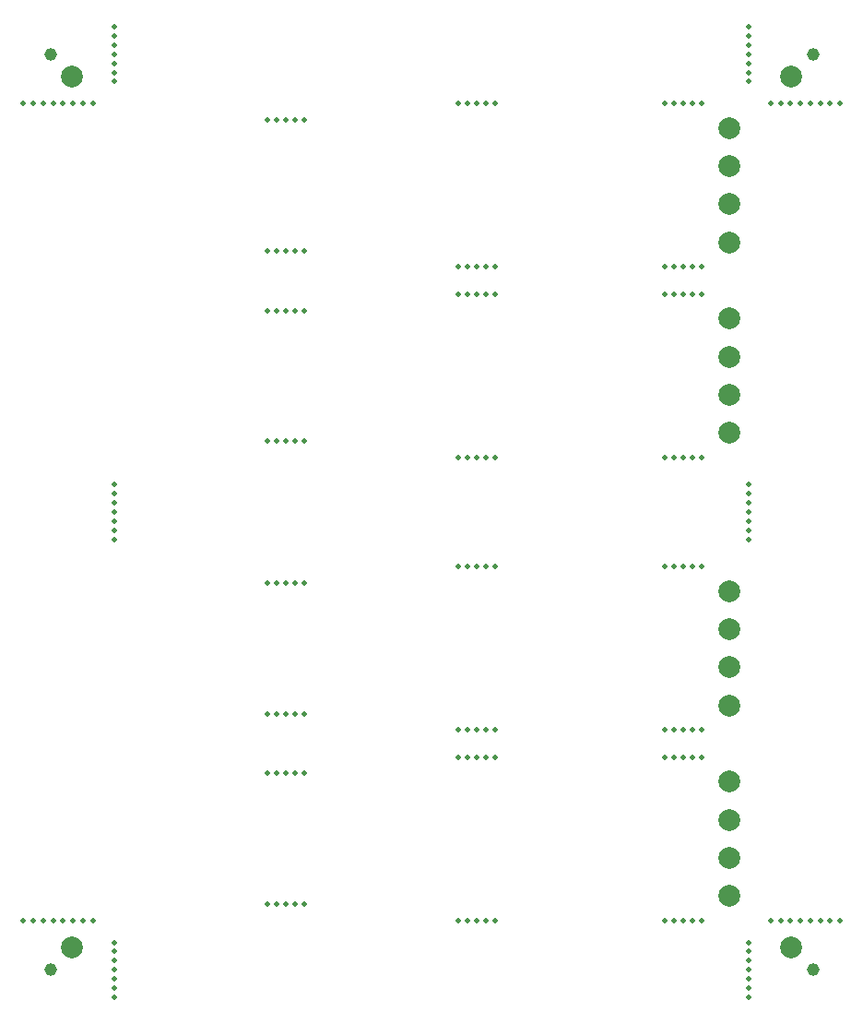
<source format=gbs>
G04 #@! TF.GenerationSoftware,KiCad,Pcbnew,8.0.1*
G04 #@! TF.CreationDate,2025-05-23T10:36:48+02:00*
G04 #@! TF.ProjectId,panel-4,70616e65-6c2d-4342-9e6b-696361645f70,F*
G04 #@! TF.SameCoordinates,Original*
G04 #@! TF.FileFunction,Soldermask,Bot*
G04 #@! TF.FilePolarity,Negative*
%FSLAX46Y46*%
G04 Gerber Fmt 4.6, Leading zero omitted, Abs format (unit mm)*
G04 Created by KiCad (PCBNEW 8.0.1) date 2025-05-23 10:36:48*
%MOMM*%
%LPD*%
G01*
G04 APERTURE LIST*
%ADD10C,0.500000*%
%ADD11C,2.000000*%
%ADD12C,1.152000*%
G04 APERTURE END LIST*
D10*
G04 #@! TO.C,KiKit_MB_17_2*
X23274498Y-51000173D03*
G04 #@! TD*
G04 #@! TO.C,KiKit_MB_33_8*
X75000000Y-7000000D03*
G04 #@! TD*
G04 #@! TO.C,KiKit_MB_6_2*
X24975498Y-20499804D03*
G04 #@! TD*
G04 #@! TO.C,KiKit_MB_14_2*
X40774502Y-49500274D03*
G04 #@! TD*
G04 #@! TO.C,KiKit_MB_17_1*
X22423998Y-51000162D03*
G04 #@! TD*
G04 #@! TO.C,KiKit_MB_6_4*
X23274498Y-20499826D03*
G04 #@! TD*
G04 #@! TO.C,KiKit_MB_18_4*
X23274498Y-62999826D03*
G04 #@! TD*
G04 #@! TO.C,KiKit_MB_21_2*
X61475499Y-82000000D03*
G04 #@! TD*
G04 #@! TO.C,KiKit_MB_24_5*
X22423998Y-80499837D03*
G04 #@! TD*
G04 #@! TO.C,KiKit_MB_9_2*
X61475499Y-39500000D03*
G04 #@! TD*
D11*
G04 #@! TO.C,0-J5*
X64875000Y-19750000D03*
G04 #@! TD*
D10*
G04 #@! TO.C,KiKit_MB_21_5*
X58924000Y-82000000D03*
G04 #@! TD*
D11*
G04 #@! TO.C,0-J2*
X64875000Y-9250000D03*
G04 #@! TD*
D10*
G04 #@! TO.C,KiKit_MB_7_1*
X43325999Y-39500000D03*
G04 #@! TD*
G04 #@! TO.C,KiKit_MB_11_4*
X24975498Y-26000195D03*
G04 #@! TD*
G04 #@! TO.C,KiKit_MB_34_1*
X68625000Y-82000000D03*
G04 #@! TD*
G04 #@! TO.C,KiKit_MB_4_2*
X59774502Y-7000061D03*
G04 #@! TD*
D11*
G04 #@! TO.C,2-J2*
X64875000Y-51750000D03*
G04 #@! TD*
D10*
G04 #@! TO.C,KiKit_MB_16_3*
X60625002Y-49500050D03*
G04 #@! TD*
G04 #@! TO.C,KiKit_MB_23_1*
X22423998Y-68500162D03*
G04 #@! TD*
G04 #@! TO.C,KiKit_MB_11_5*
X25825998Y-26000206D03*
G04 #@! TD*
G04 #@! TO.C,KiKit_MB_31_5*
X3642858Y-7000000D03*
G04 #@! TD*
G04 #@! TO.C,KiKit_MB_28_1*
X66625000Y0D03*
G04 #@! TD*
G04 #@! TO.C,KiKit_MB_21_4*
X59774500Y-82000000D03*
G04 #@! TD*
G04 #@! TO.C,KiKit_MB_31_8*
X6375000Y-7000000D03*
G04 #@! TD*
G04 #@! TO.C,KiKit_MB_15_4*
X59774500Y-64500000D03*
G04 #@! TD*
G04 #@! TO.C,KiKit_MB_28_6*
X66625000Y-4166667D03*
G04 #@! TD*
D11*
G04 #@! TO.C,3-J4*
X64875000Y-76250000D03*
G04 #@! TD*
D10*
G04 #@! TO.C,KiKit_MB_4_3*
X60625002Y-7000051D03*
G04 #@! TD*
G04 #@! TO.C,KiKit_MB_16_1*
X58924002Y-49500069D03*
G04 #@! TD*
G04 #@! TO.C,KiKit_MB_2_4*
X42475502Y-7000255D03*
G04 #@! TD*
G04 #@! TO.C,KiKit_MB_3_4*
X59774500Y-22000000D03*
G04 #@! TD*
G04 #@! TO.C,KiKit_MB_10_2*
X59774502Y-24500060D03*
G04 #@! TD*
G04 #@! TO.C,KiKit_MB_33_4*
X71357142Y-7000000D03*
G04 #@! TD*
G04 #@! TO.C,KiKit_MB_10_5*
X62326001Y-24500031D03*
G04 #@! TD*
G04 #@! TO.C,KiKit_MB_30_6*
X66625000Y-88166666D03*
G04 #@! TD*
G04 #@! TO.C,KiKit_MB_5_2*
X23274498Y-8500174D03*
G04 #@! TD*
G04 #@! TO.C,KiKit_MB_1_1*
X43325999Y-22000000D03*
G04 #@! TD*
G04 #@! TO.C,KiKit_MB_31_3*
X1821429Y-7000000D03*
G04 #@! TD*
G04 #@! TO.C,KiKit_MB_12_1*
X25825998Y-37999793D03*
G04 #@! TD*
G04 #@! TO.C,KiKit_MB_5_4*
X24975498Y-8500196D03*
G04 #@! TD*
G04 #@! TO.C,KiKit_MB_24_2*
X24975498Y-80499804D03*
G04 #@! TD*
G04 #@! TO.C,KiKit_MB_3_1*
X62325999Y-22000000D03*
G04 #@! TD*
G04 #@! TO.C,KiKit_MB_25_2*
X8375000Y-42833333D03*
G04 #@! TD*
G04 #@! TO.C,KiKit_MB_30_1*
X66625000Y-84000000D03*
G04 #@! TD*
G04 #@! TO.C,KiKit_MB_4_5*
X62326001Y-7000032D03*
G04 #@! TD*
G04 #@! TO.C,KiKit_MB_32_2*
X910715Y-82000000D03*
G04 #@! TD*
G04 #@! TO.C,KiKit_MB_32_7*
X5464286Y-82000000D03*
G04 #@! TD*
G04 #@! TO.C,KiKit_MB_24_1*
X25825998Y-80499793D03*
G04 #@! TD*
G04 #@! TO.C,KiKit_MB_10_4*
X61475502Y-24500041D03*
G04 #@! TD*
G04 #@! TO.C,KiKit_MB_26_4*
X66625000Y-44500000D03*
G04 #@! TD*
G04 #@! TO.C,KiKit_MB_15_2*
X61475499Y-64500000D03*
G04 #@! TD*
G04 #@! TO.C,KiKit_MB_24_3*
X24124998Y-80499815D03*
G04 #@! TD*
G04 #@! TO.C,KiKit_MB_32_4*
X2732143Y-82000000D03*
G04 #@! TD*
G04 #@! TO.C,KiKit_MB_20_1*
X39924002Y-67000283D03*
G04 #@! TD*
G04 #@! TO.C,KiKit_MB_34_4*
X71357142Y-82000000D03*
G04 #@! TD*
G04 #@! TO.C,KiKit_MB_13_2*
X42475499Y-64500000D03*
G04 #@! TD*
G04 #@! TO.C,KiKit_MB_13_5*
X39924000Y-64500000D03*
G04 #@! TD*
G04 #@! TO.C,KiKit_MB_27_7*
X8375000Y-5000000D03*
G04 #@! TD*
G04 #@! TO.C,KiKit_MB_5_1*
X22423998Y-8500163D03*
G04 #@! TD*
G04 #@! TO.C,KiKit_MB_14_4*
X42475502Y-49500254D03*
G04 #@! TD*
G04 #@! TO.C,KiKit_MB_20_2*
X40774502Y-67000274D03*
G04 #@! TD*
G04 #@! TO.C,KiKit_MB_34_8*
X75000000Y-82000000D03*
G04 #@! TD*
G04 #@! TO.C,KiKit_MB_19_3*
X41625000Y-82000000D03*
G04 #@! TD*
G04 #@! TO.C,KiKit_MB_13_1*
X43325999Y-64500000D03*
G04 #@! TD*
G04 #@! TO.C,KiKit_MB_30_5*
X66625000Y-87333333D03*
G04 #@! TD*
G04 #@! TO.C,KiKit_MB_32_5*
X3642858Y-82000000D03*
G04 #@! TD*
G04 #@! TO.C,KiKit_MB_12_5*
X22423998Y-37999837D03*
G04 #@! TD*
G04 #@! TO.C,KiKit_MB_33_2*
X69535714Y-7000000D03*
G04 #@! TD*
G04 #@! TO.C,KiKit_MB_2_2*
X40774502Y-7000275D03*
G04 #@! TD*
G04 #@! TO.C,KiKit_MB_24_4*
X23274498Y-80499826D03*
G04 #@! TD*
G04 #@! TO.C,KiKit_MB_28_7*
X66625000Y-5000000D03*
G04 #@! TD*
G04 #@! TO.C,KiKit_MB_33_1*
X68625000Y-7000000D03*
G04 #@! TD*
G04 #@! TO.C,KiKit_MB_33_3*
X70446428Y-7000000D03*
G04 #@! TD*
G04 #@! TO.C,KiKit_MB_2_5*
X43326001Y-7000246D03*
G04 #@! TD*
G04 #@! TO.C,KiKit_MB_28_4*
X66625000Y-2500000D03*
G04 #@! TD*
G04 #@! TO.C,KiKit_MB_10_3*
X60625002Y-24500050D03*
G04 #@! TD*
G04 #@! TO.C,KiKit_MB_19_1*
X43325999Y-82000000D03*
G04 #@! TD*
G04 #@! TO.C,KiKit_MB_3_2*
X61475499Y-22000000D03*
G04 #@! TD*
G04 #@! TO.C,KiKit_MB_32_6*
X4553572Y-82000000D03*
G04 #@! TD*
D12*
G04 #@! TO.C,KiKit_TO_3*
X2500000Y-86500000D03*
G04 #@! TD*
D10*
G04 #@! TO.C,KiKit_MB_29_4*
X8375000Y-86500000D03*
G04 #@! TD*
D11*
G04 #@! TO.C,0-J4*
X64875000Y-16250000D03*
G04 #@! TD*
D10*
G04 #@! TO.C,KiKit_MB_26_7*
X66625000Y-47000000D03*
G04 #@! TD*
G04 #@! TO.C,KiKit_MB_15_5*
X58924000Y-64500000D03*
G04 #@! TD*
G04 #@! TO.C,KiKit_MB_12_3*
X24124998Y-37999815D03*
G04 #@! TD*
G04 #@! TO.C,KiKit_MB_27_5*
X8375000Y-3333334D03*
G04 #@! TD*
D11*
G04 #@! TO.C,3-J3*
X64875000Y-72750000D03*
G04 #@! TD*
D10*
G04 #@! TO.C,KiKit_MB_5_3*
X24124998Y-8500185D03*
G04 #@! TD*
G04 #@! TO.C,KiKit_MB_8_4*
X42475502Y-24500254D03*
G04 #@! TD*
D11*
G04 #@! TO.C,1-J4*
X64875000Y-33750000D03*
G04 #@! TD*
D10*
G04 #@! TO.C,KiKit_MB_19_5*
X39924000Y-82000000D03*
G04 #@! TD*
G04 #@! TO.C,KiKit_MB_9_1*
X62325999Y-39500000D03*
G04 #@! TD*
G04 #@! TO.C,KiKit_MB_25_7*
X8375000Y-47000000D03*
G04 #@! TD*
G04 #@! TO.C,KiKit_MB_29_7*
X8375000Y-89000000D03*
G04 #@! TD*
G04 #@! TO.C,KiKit_MB_7_2*
X42475499Y-39500000D03*
G04 #@! TD*
D11*
G04 #@! TO.C,2-J4*
X64875000Y-58750000D03*
G04 #@! TD*
D10*
G04 #@! TO.C,KiKit_MB_6_3*
X24124998Y-20499815D03*
G04 #@! TD*
G04 #@! TO.C,KiKit_MB_1_4*
X40774500Y-22000000D03*
G04 #@! TD*
G04 #@! TO.C,KiKit_MB_21_3*
X60625000Y-82000000D03*
G04 #@! TD*
G04 #@! TO.C,KiKit_MB_34_2*
X69535714Y-82000000D03*
G04 #@! TD*
G04 #@! TO.C,KiKit_MB_27_1*
X8375000Y0D03*
G04 #@! TD*
G04 #@! TO.C,KiKit_MB_31_2*
X910715Y-7000000D03*
G04 #@! TD*
G04 #@! TO.C,KiKit_MB_9_5*
X58924000Y-39500000D03*
G04 #@! TD*
G04 #@! TO.C,KiKit_MB_7_4*
X40774500Y-39500000D03*
G04 #@! TD*
G04 #@! TO.C,KiKit_MB_13_3*
X41625000Y-64500000D03*
G04 #@! TD*
G04 #@! TO.C,KiKit_MB_29_6*
X8375000Y-88166666D03*
G04 #@! TD*
G04 #@! TO.C,KiKit_MB_26_2*
X66625000Y-42833333D03*
G04 #@! TD*
G04 #@! TO.C,KiKit_MB_25_6*
X8375000Y-46166666D03*
G04 #@! TD*
G04 #@! TO.C,KiKit_MB_1_2*
X42475499Y-22000000D03*
G04 #@! TD*
D12*
G04 #@! TO.C,KiKit_TO_1*
X2500000Y-2500000D03*
G04 #@! TD*
D10*
G04 #@! TO.C,KiKit_MB_22_3*
X60625002Y-67000050D03*
G04 #@! TD*
G04 #@! TO.C,KiKit_MB_28_2*
X66625000Y-833334D03*
G04 #@! TD*
G04 #@! TO.C,KiKit_MB_1_5*
X39924000Y-22000000D03*
G04 #@! TD*
D12*
G04 #@! TO.C,KiKit_TO_2*
X72500000Y-2500000D03*
G04 #@! TD*
D11*
G04 #@! TO.C,2-J3*
X64875000Y-55250000D03*
G04 #@! TD*
D10*
G04 #@! TO.C,KiKit_MB_23_3*
X24124998Y-68500184D03*
G04 #@! TD*
G04 #@! TO.C,KiKit_MB_3_3*
X60625000Y-22000000D03*
G04 #@! TD*
G04 #@! TO.C,KiKit_MB_4_4*
X61475502Y-7000042D03*
G04 #@! TD*
G04 #@! TO.C,KiKit_MB_29_3*
X8375000Y-85666666D03*
G04 #@! TD*
G04 #@! TO.C,KiKit_MB_34_3*
X70446428Y-82000000D03*
G04 #@! TD*
G04 #@! TO.C,KiKit_MB_23_2*
X23274498Y-68500173D03*
G04 #@! TD*
G04 #@! TO.C,KiKit_MB_4_1*
X58924002Y-7000070D03*
G04 #@! TD*
G04 #@! TO.C,KiKit_MB_2_1*
X39924002Y-7000284D03*
G04 #@! TD*
G04 #@! TO.C,KiKit_MB_8_2*
X40774502Y-24500274D03*
G04 #@! TD*
G04 #@! TO.C,KiKit_MB_9_3*
X60625000Y-39500000D03*
G04 #@! TD*
G04 #@! TO.C,KiKit_MB_27_4*
X8375000Y-2500000D03*
G04 #@! TD*
D11*
G04 #@! TO.C,2-J5*
X64875000Y-62250000D03*
G04 #@! TD*
D10*
G04 #@! TO.C,KiKit_MB_9_4*
X59774500Y-39500000D03*
G04 #@! TD*
G04 #@! TO.C,KiKit_MB_18_5*
X22423998Y-62999837D03*
G04 #@! TD*
G04 #@! TO.C,KiKit_MB_22_4*
X61475502Y-67000041D03*
G04 #@! TD*
G04 #@! TO.C,KiKit_MB_7_3*
X41625000Y-39500000D03*
G04 #@! TD*
G04 #@! TO.C,KiKit_MB_16_5*
X62326001Y-49500031D03*
G04 #@! TD*
G04 #@! TO.C,KiKit_MB_2_3*
X41625002Y-7000265D03*
G04 #@! TD*
D11*
G04 #@! TO.C,1-J2*
X64875000Y-26750000D03*
G04 #@! TD*
D10*
G04 #@! TO.C,KiKit_MB_27_3*
X8375000Y-1666667D03*
G04 #@! TD*
G04 #@! TO.C,KiKit_MB_15_3*
X60625000Y-64500000D03*
G04 #@! TD*
G04 #@! TO.C,KiKit_MB_28_5*
X66625000Y-3333334D03*
G04 #@! TD*
G04 #@! TO.C,KiKit_MB_25_1*
X8375000Y-42000000D03*
G04 #@! TD*
G04 #@! TO.C,KiKit_MB_10_1*
X58924002Y-24500069D03*
G04 #@! TD*
G04 #@! TO.C,KiKit_MB_3_5*
X58924000Y-22000000D03*
G04 #@! TD*
G04 #@! TO.C,KiKit_MB_19_4*
X40774500Y-82000000D03*
G04 #@! TD*
G04 #@! TO.C,KiKit_MB_20_5*
X43326001Y-67000245D03*
G04 #@! TD*
G04 #@! TO.C,KiKit_MB_12_2*
X24975498Y-37999804D03*
G04 #@! TD*
G04 #@! TO.C,KiKit_MB_27_2*
X8375000Y-833334D03*
G04 #@! TD*
G04 #@! TO.C,KiKit_MB_16_4*
X61475502Y-49500041D03*
G04 #@! TD*
G04 #@! TO.C,KiKit_MB_20_3*
X41625002Y-67000264D03*
G04 #@! TD*
G04 #@! TO.C,KiKit_MB_14_3*
X41625002Y-49500264D03*
G04 #@! TD*
G04 #@! TO.C,KiKit_MB_19_2*
X42475499Y-82000000D03*
G04 #@! TD*
G04 #@! TO.C,KiKit_MB_34_5*
X72267857Y-82000000D03*
G04 #@! TD*
G04 #@! TO.C,KiKit_MB_5_5*
X25825998Y-8500207D03*
G04 #@! TD*
G04 #@! TO.C,KiKit_MB_7_5*
X39924000Y-39500000D03*
G04 #@! TD*
G04 #@! TO.C,KiKit_MB_23_4*
X24975498Y-68500195D03*
G04 #@! TD*
G04 #@! TO.C,KiKit_MB_25_5*
X8375000Y-45333333D03*
G04 #@! TD*
G04 #@! TO.C,KiKit_MB_34_6*
X73178571Y-82000000D03*
G04 #@! TD*
G04 #@! TO.C,KiKit_MB_8_1*
X39924002Y-24500283D03*
G04 #@! TD*
G04 #@! TO.C,KiKit_MB_31_6*
X4553572Y-7000000D03*
G04 #@! TD*
G04 #@! TO.C,KiKit_MB_32_1*
X0Y-82000000D03*
G04 #@! TD*
G04 #@! TO.C,KiKit_MB_33_6*
X73178571Y-7000000D03*
G04 #@! TD*
G04 #@! TO.C,KiKit_MB_29_2*
X8375000Y-84833333D03*
G04 #@! TD*
G04 #@! TO.C,KiKit_MB_11_2*
X23274498Y-26000173D03*
G04 #@! TD*
G04 #@! TO.C,KiKit_MB_22_5*
X62326001Y-67000031D03*
G04 #@! TD*
G04 #@! TO.C,KiKit_MB_26_1*
X66625000Y-42000000D03*
G04 #@! TD*
G04 #@! TO.C,KiKit_MB_26_3*
X66625000Y-43666666D03*
G04 #@! TD*
D11*
G04 #@! TO.C,0-J3*
X64875000Y-12750000D03*
G04 #@! TD*
D10*
G04 #@! TO.C,KiKit_MB_29_5*
X8375000Y-87333333D03*
G04 #@! TD*
D11*
G04 #@! TO.C,3-J2*
X64875000Y-69250000D03*
G04 #@! TD*
D10*
G04 #@! TO.C,KiKit_MB_17_4*
X24975498Y-51000195D03*
G04 #@! TD*
G04 #@! TO.C,KiKit_MB_30_7*
X66625000Y-89000000D03*
G04 #@! TD*
G04 #@! TO.C,KiKit_MB_14_1*
X39924002Y-49500283D03*
G04 #@! TD*
G04 #@! TO.C,KiKit_MB_11_3*
X24124998Y-26000184D03*
G04 #@! TD*
D12*
G04 #@! TO.C,KiKit_TO_4*
X72500000Y-86500000D03*
G04 #@! TD*
D10*
G04 #@! TO.C,KiKit_MB_16_2*
X59774502Y-49500060D03*
G04 #@! TD*
G04 #@! TO.C,KiKit_MB_14_5*
X43326001Y-49500245D03*
G04 #@! TD*
G04 #@! TO.C,KiKit_MB_30_2*
X66625000Y-84833333D03*
G04 #@! TD*
G04 #@! TO.C,KiKit_MB_31_1*
X0Y-7000000D03*
G04 #@! TD*
G04 #@! TO.C,KiKit_MB_33_5*
X72267857Y-7000000D03*
G04 #@! TD*
G04 #@! TO.C,KiKit_MB_31_7*
X5464286Y-7000000D03*
G04 #@! TD*
G04 #@! TO.C,KiKit_MB_26_6*
X66625000Y-46166666D03*
G04 #@! TD*
G04 #@! TO.C,KiKit_MB_33_7*
X74089285Y-7000000D03*
G04 #@! TD*
D11*
G04 #@! TO.C,1-J3*
X64875000Y-30250000D03*
G04 #@! TD*
D10*
G04 #@! TO.C,KiKit_MB_8_3*
X41625002Y-24500264D03*
G04 #@! TD*
G04 #@! TO.C,KiKit_MB_20_4*
X42475502Y-67000254D03*
G04 #@! TD*
G04 #@! TO.C,KiKit_MB_22_2*
X59774502Y-67000060D03*
G04 #@! TD*
G04 #@! TO.C,KiKit_MB_6_1*
X25825998Y-20499793D03*
G04 #@! TD*
G04 #@! TO.C,KiKit_MB_17_5*
X25825998Y-51000206D03*
G04 #@! TD*
G04 #@! TO.C,KiKit_MB_28_3*
X66625000Y-1666667D03*
G04 #@! TD*
G04 #@! TO.C,KiKit_MB_15_1*
X62325999Y-64500000D03*
G04 #@! TD*
G04 #@! TO.C,KiKit_MB_26_5*
X66625000Y-45333333D03*
G04 #@! TD*
G04 #@! TO.C,KiKit_MB_27_6*
X8375000Y-4166667D03*
G04 #@! TD*
D11*
G04 #@! TO.C,1-J5*
X64875000Y-37250000D03*
G04 #@! TD*
D10*
G04 #@! TO.C,KiKit_MB_32_3*
X1821429Y-82000000D03*
G04 #@! TD*
G04 #@! TO.C,KiKit_MB_23_5*
X25825998Y-68500206D03*
G04 #@! TD*
G04 #@! TO.C,KiKit_MB_11_1*
X22423998Y-26000162D03*
G04 #@! TD*
G04 #@! TO.C,KiKit_MB_12_4*
X23274498Y-37999826D03*
G04 #@! TD*
G04 #@! TO.C,KiKit_MB_21_1*
X62325999Y-82000000D03*
G04 #@! TD*
G04 #@! TO.C,KiKit_MB_32_8*
X6375000Y-82000000D03*
G04 #@! TD*
G04 #@! TO.C,KiKit_MB_34_7*
X74089285Y-82000000D03*
G04 #@! TD*
G04 #@! TO.C,KiKit_MB_30_4*
X66625000Y-86500000D03*
G04 #@! TD*
G04 #@! TO.C,KiKit_MB_18_1*
X25825998Y-62999793D03*
G04 #@! TD*
G04 #@! TO.C,KiKit_MB_25_4*
X8375000Y-44500000D03*
G04 #@! TD*
G04 #@! TO.C,KiKit_MB_30_3*
X66625000Y-85666666D03*
G04 #@! TD*
G04 #@! TO.C,KiKit_MB_17_3*
X24124998Y-51000184D03*
G04 #@! TD*
G04 #@! TO.C,KiKit_MB_8_5*
X43326001Y-24500245D03*
G04 #@! TD*
D11*
G04 #@! TO.C,3-J5*
X64875000Y-79750000D03*
G04 #@! TD*
D10*
G04 #@! TO.C,KiKit_MB_22_1*
X58924002Y-67000069D03*
G04 #@! TD*
G04 #@! TO.C,KiKit_MB_1_3*
X41625000Y-22000000D03*
G04 #@! TD*
G04 #@! TO.C,KiKit_MB_29_1*
X8375000Y-84000000D03*
G04 #@! TD*
G04 #@! TO.C,KiKit_MB_25_3*
X8375000Y-43666666D03*
G04 #@! TD*
G04 #@! TO.C,KiKit_MB_31_4*
X2732143Y-7000000D03*
G04 #@! TD*
G04 #@! TO.C,KiKit_MB_18_3*
X24124998Y-62999815D03*
G04 #@! TD*
G04 #@! TO.C,KiKit_MB_13_4*
X40774500Y-64500000D03*
G04 #@! TD*
G04 #@! TO.C,KiKit_MB_18_2*
X24975498Y-62999804D03*
G04 #@! TD*
G04 #@! TO.C,KiKit_MB_6_5*
X22423998Y-20499837D03*
G04 #@! TD*
D11*
G04 #@! TO.C,KiKit_FID_B_1*
X4500000Y-4500000D03*
G04 #@! TD*
G04 #@! TO.C,KiKit_FID_B_4*
X70500000Y-84500000D03*
G04 #@! TD*
G04 #@! TO.C,KiKit_FID_B_3*
X4500000Y-84500000D03*
G04 #@! TD*
G04 #@! TO.C,KiKit_FID_B_2*
X70500000Y-4500000D03*
G04 #@! TD*
M02*

</source>
